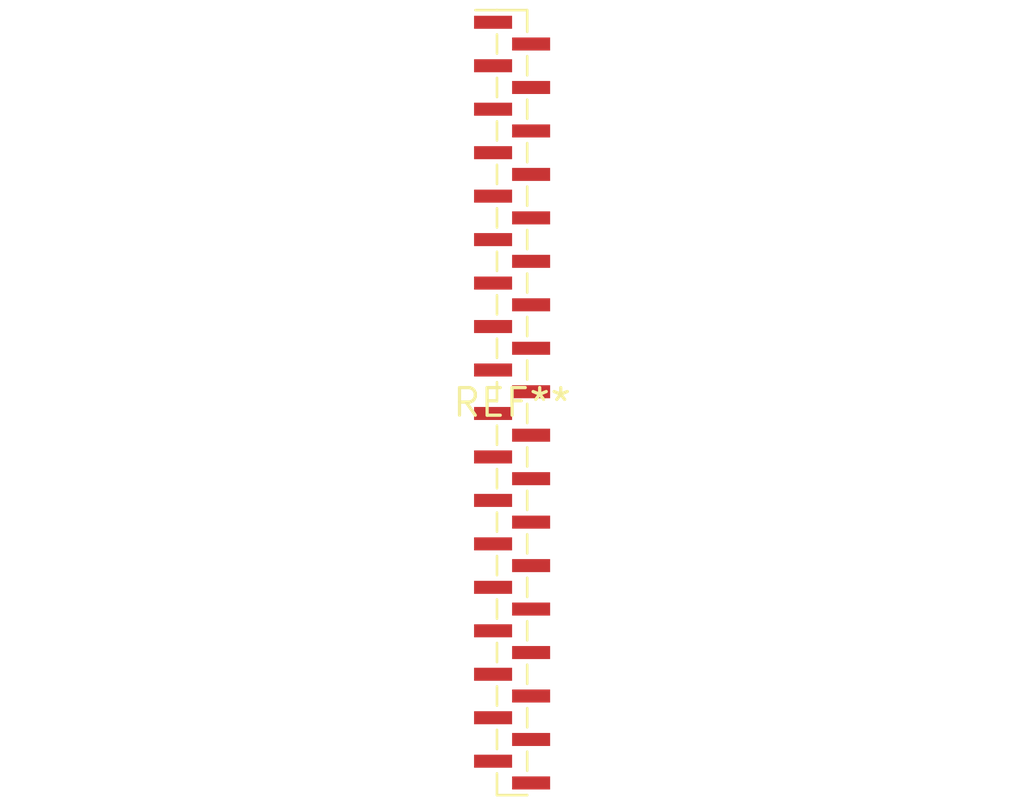
<source format=kicad_pcb>
(kicad_pcb (version 20240108) (generator pcbnew)
  (layers (0 "F.Cu" signal) (31 "B.Cu" signal) (34 "B.Paste" user) (35 "F.Paste" user) (36 "B.SilkS" user "B.Silkscreen") (37 "F.SilkS" user "F.Silkscreen") (38 "B.Mask" user) (39 "F.Mask" user) (44 "Edge.Cuts" user))
  (net 0 "")
  (footprint "PinHeader_1x36_P1.00mm_Vertical_SMD_Pin1Left" (layer "F.Cu") (at 0 0)
    (property "Reference" "REF**")
    (property "Value" "PinHeader_1x36_P1.00mm_Vertical_SMD_Pin1Left")
    (fp_line (start -0.695 -18.06) (end -1.69 -18.06) (layer "F.SilkS") (stroke (width 0.12)))
    (fp_line (start -0.695 -18.06) (end -0.695 -18.06) (layer "F.SilkS") (stroke (width 0.12)))
    (fp_line (start -0.695 -18.06) (end 0.695 -18.06) (layer "F.SilkS") (stroke (width 0.12)))
    (fp_line (start -0.695 -16.94) (end -0.695 -16.06) (layer "F.SilkS") (stroke (width 0.12)))
    (fp_line (start -0.695 -14.94) (end -0.695 -14.06) (layer "F.SilkS") (stroke (width 0.12)))
    (fp_line (start -0.695 -12.94) (end -0.695 -12.06) (layer "F.SilkS") (stroke (width 0.12)))
    (fp_line (start -0.695 -10.94) (end -0.695 -10.06) (layer "F.SilkS") (stroke (width 0.12)))
    (fp_line (start -0.695 -8.94) (end -0.695 -8.06) (layer "F.SilkS") (stroke (width 0.12)))
    (fp_line (start -0.695 -6.94) (end -0.695 -6.06) (layer "F.SilkS") (stroke (width 0.12)))
    (fp_line (start -0.695 -4.94) (end -0.695 -4.06) (layer "F.SilkS") (stroke (width 0.12)))
    (fp_line (start -0.695 -2.94) (end -0.695 -2.06) (layer "F.SilkS") (stroke (width 0.12)))
    (fp_line (start -0.695 -0.94) (end -0.695 -0.06) (layer "F.SilkS") (stroke (width 0.12)))
    (fp_line (start -0.695 1.06) (end -0.695 1.94) (layer "F.SilkS") (stroke (width 0.12)))
    (fp_line (start -0.695 3.06) (end -0.695 3.94) (layer "F.SilkS") (stroke (width 0.12)))
    (fp_line (start -0.695 5.06) (end -0.695 5.94) (layer "F.SilkS") (stroke (width 0.12)))
    (fp_line (start -0.695 7.06) (end -0.695 7.94) (layer "F.SilkS") (stroke (width 0.12)))
    (fp_line (start -0.695 9.06) (end -0.695 9.94) (layer "F.SilkS") (stroke (width 0.12)))
    (fp_line (start -0.695 11.06) (end -0.695 11.94) (layer "F.SilkS") (stroke (width 0.12)))
    (fp_line (start -0.695 13.06) (end -0.695 13.94) (layer "F.SilkS") (stroke (width 0.12)))
    (fp_line (start -0.695 15.06) (end -0.695 15.94) (layer "F.SilkS") (stroke (width 0.12)))
    (fp_line (start -0.695 17.06) (end -0.695 18.06) (layer "F.SilkS") (stroke (width 0.12)))
    (fp_line (start -0.695 18.06) (end 0.695 18.06) (layer "F.SilkS") (stroke (width 0.12)))
    (fp_line (start 0.695 -18.06) (end 0.695 -17.06) (layer "F.SilkS") (stroke (width 0.12)))
    (fp_line (start 0.695 -15.94) (end 0.695 -15.06) (layer "F.SilkS") (stroke (width 0.12)))
    (fp_line (start 0.695 -13.94) (end 0.695 -13.06) (layer "F.SilkS") (stroke (width 0.12)))
    (fp_line (start 0.695 -11.94) (end 0.695 -11.06) (layer "F.SilkS") (stroke (width 0.12)))
    (fp_line (start 0.695 -9.94) (end 0.695 -9.06) (layer "F.SilkS") (stroke (width 0.12)))
    (fp_line (start 0.695 -7.94) (end 0.695 -7.06) (layer "F.SilkS") (stroke (width 0.12)))
    (fp_line (start 0.695 -5.94) (end 0.695 -5.06) (layer "F.SilkS") (stroke (width 0.12)))
    (fp_line (start 0.695 -3.94) (end 0.695 -3.06) (layer "F.SilkS") (stroke (width 0.12)))
    (fp_line (start 0.695 -1.94) (end 0.695 -1.06) (layer "F.SilkS") (stroke (width 0.12)))
    (fp_line (start 0.695 0.06) (end 0.695 0.94) (layer "F.SilkS") (stroke (width 0.12)))
    (fp_line (start 0.695 2.06) (end 0.695 2.94) (layer "F.SilkS") (stroke (width 0.12)))
    (fp_line (start 0.695 4.06) (end 0.695 4.94) (layer "F.SilkS") (stroke (width 0.12)))
    (fp_line (start 0.695 6.06) (end 0.695 6.94) (layer "F.SilkS") (stroke (width 0.12)))
    (fp_line (start 0.695 8.06) (end 0.695 8.94) (layer "F.SilkS") (stroke (width 0.12)))
    (fp_line (start 0.695 10.06) (end 0.695 10.94) (layer "F.SilkS") (stroke (width 0.12)))
    (fp_line (start 0.695 12.06) (end 0.695 12.94) (layer "F.SilkS") (stroke (width 0.12)))
    (fp_line (start 0.695 14.06) (end 0.695 14.94) (layer "F.SilkS") (stroke (width 0.12)))
    (fp_line (start 0.695 16.06) (end 0.695 16.94) (layer "F.SilkS") (stroke (width 0.12)))
    (fp_line (start 0.695 18.06) (end 0.695 18.06) (layer "F.SilkS") (stroke (width 0.12)))
    (pad "1" smd rect (at -0.875 -17.5) (size 1.75 0.6) (layers "F.Cu" "F.Paste" "F.Mask"))
    (pad "2" smd rect (at 0.875 -16.5) (size 1.75 0.6) (layers "F.Cu" "F.Paste" "F.Mask"))
    (pad "3" smd rect (at -0.875 -15.5) (size 1.75 0.6) (layers "F.Cu" "F.Paste" "F.Mask"))
    (pad "4" smd rect (at 0.875 -14.5) (size 1.75 0.6) (layers "F.Cu" "F.Paste" "F.Mask"))
    (pad "5" smd rect (at -0.875 -13.5) (size 1.75 0.6) (layers "F.Cu" "F.Paste" "F.Mask"))
    (pad "6" smd rect (at 0.875 -12.5) (size 1.75 0.6) (layers "F.Cu" "F.Paste" "F.Mask"))
    (pad "7" smd rect (at -0.875 -11.5) (size 1.75 0.6) (layers "F.Cu" "F.Paste" "F.Mask"))
    (pad "8" smd rect (at 0.875 -10.5) (size 1.75 0.6) (layers "F.Cu" "F.Paste" "F.Mask"))
    (pad "9" smd rect (at -0.875 -9.5) (size 1.75 0.6) (layers "F.Cu" "F.Paste" "F.Mask"))
    (pad "10" smd rect (at 0.875 -8.5) (size 1.75 0.6) (layers "F.Cu" "F.Paste" "F.Mask"))
    (pad "11" smd rect (at -0.875 -7.5) (size 1.75 0.6) (layers "F.Cu" "F.Paste" "F.Mask"))
    (pad "12" smd rect (at 0.875 -6.5) (size 1.75 0.6) (layers "F.Cu" "F.Paste" "F.Mask"))
    (pad "13" smd rect (at -0.875 -5.5) (size 1.75 0.6) (layers "F.Cu" "F.Paste" "F.Mask"))
    (pad "14" smd rect (at 0.875 -4.5) (size 1.75 0.6) (layers "F.Cu" "F.Paste" "F.Mask"))
    (pad "15" smd rect (at -0.875 -3.5) (size 1.75 0.6) (layers "F.Cu" "F.Paste" "F.Mask"))
    (pad "16" smd rect (at 0.875 -2.5) (size 1.75 0.6) (layers "F.Cu" "F.Paste" "F.Mask"))
    (pad "17" smd rect (at -0.875 -1.5) (size 1.75 0.6) (layers "F.Cu" "F.Paste" "F.Mask"))
    (pad "18" smd rect (at 0.875 -0.5) (size 1.75 0.6) (layers "F.Cu" "F.Paste" "F.Mask"))
    (pad "19" smd rect (at -0.875 0.5) (size 1.75 0.6) (layers "F.Cu" "F.Paste" "F.Mask"))
    (pad "20" smd rect (at 0.875 1.5) (size 1.75 0.6) (layers "F.Cu" "F.Paste" "F.Mask"))
    (pad "21" smd rect (at -0.875 2.5) (size 1.75 0.6) (layers "F.Cu" "F.Paste" "F.Mask"))
    (pad "22" smd rect (at 0.875 3.5) (size 1.75 0.6) (layers "F.Cu" "F.Paste" "F.Mask"))
    (pad "23" smd rect (at -0.875 4.5) (size 1.75 0.6) (layers "F.Cu" "F.Paste" "F.Mask"))
    (pad "24" smd rect (at 0.875 5.5) (size 1.75 0.6) (layers "F.Cu" "F.Paste" "F.Mask"))
    (pad "25" smd rect (at -0.875 6.5) (size 1.75 0.6) (layers "F.Cu" "F.Paste" "F.Mask"))
    (pad "26" smd rect (at 0.875 7.5) (size 1.75 0.6) (layers "F.Cu" "F.Paste" "F.Mask"))
    (pad "27" smd rect (at -0.875 8.5) (size 1.75 0.6) (layers "F.Cu" "F.Paste" "F.Mask"))
    (pad "28" smd rect (at 0.875 9.5) (size 1.75 0.6) (layers "F.Cu" "F.Paste" "F.Mask"))
    (pad "29" smd rect (at -0.875 10.5) (size 1.75 0.6) (layers "F.Cu" "F.Paste" "F.Mask"))
    (pad "30" smd rect (at 0.875 11.5) (size 1.75 0.6) (layers "F.Cu" "F.Paste" "F.Mask"))
    (pad "31" smd rect (at -0.875 12.5) (size 1.75 0.6) (layers "F.Cu" "F.Paste" "F.Mask"))
    (pad "32" smd rect (at 0.875 13.5) (size 1.75 0.6) (layers "F.Cu" "F.Paste" "F.Mask"))
    (pad "33" smd rect (at -0.875 14.5) (size 1.75 0.6) (layers "F.Cu" "F.Paste" "F.Mask"))
    (pad "34" smd rect (at 0.875 15.5) (size 1.75 0.6) (layers "F.Cu" "F.Paste" "F.Mask"))
    (pad "35" smd rect (at -0.875 16.5) (size 1.75 0.6) (layers "F.Cu" "F.Paste" "F.Mask"))
    (pad "36" smd rect (at 0.875 17.5) (size 1.75 0.6) (layers "F.Cu" "F.Paste" "F.Mask"))
  )
)
</source>
